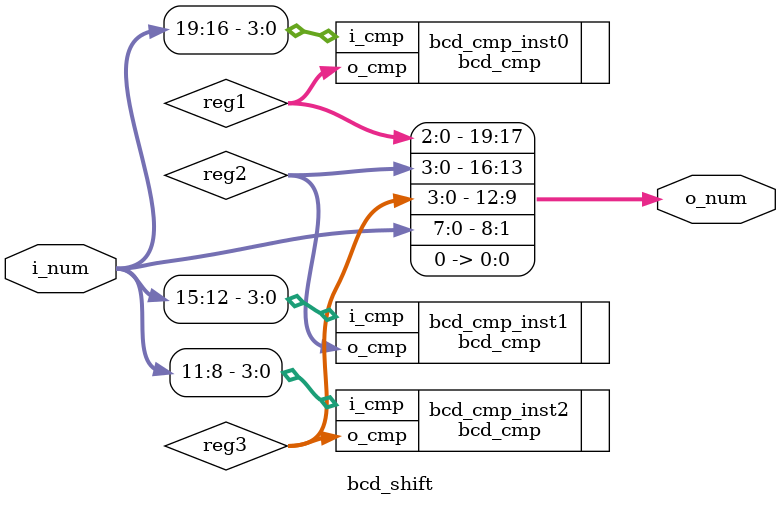
<source format=v>
module bcd_shift(
    input  wire [19:0] i_num,
    output wire [19:0] o_num
);

    wire [3:0] reg1;
    wire [3:0] reg2;
    wire [3:0] reg3;

    // 左移大4加3比较
    bcd_cmp bcd_cmp_inst0(
        .i_cmp(i_num[19:16]),
        .o_cmp(reg1));
    // 左移大4加3比较
    bcd_cmp bcd_cmp_inst1(
        .i_cmp(i_num[15:12]),
        .o_cmp(reg2));
    // 左移大4加3比较
    bcd_cmp bcd_cmp_inst2(
        .i_cmp(i_num[11:8]),
        .o_cmp(reg3));
    // 比较完成，左移1位
    assign o_num = { reg1[2:0], reg2, reg3, i_num[7:0], 1'b0 };

endmodule

</source>
